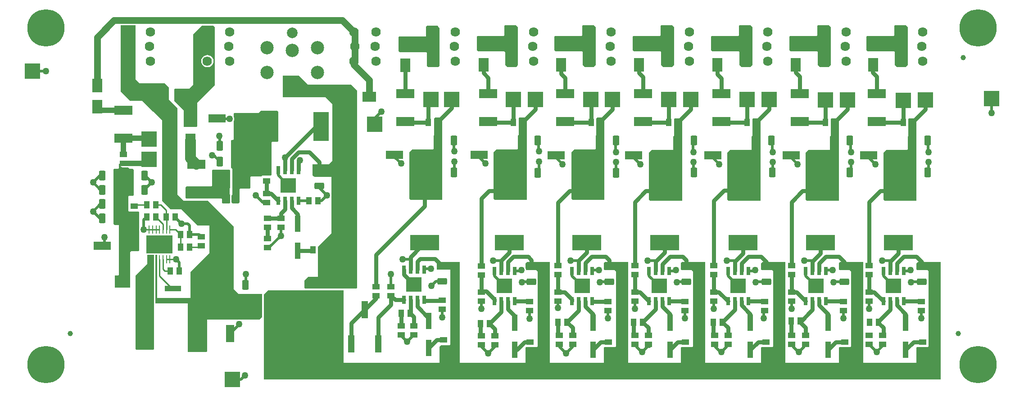
<source format=gtl>
G04 Layer_Physical_Order=1*
G04 Layer_Color=255*
%FSLAX44Y44*%
%MOMM*%
G71*
G01*
G75*
%ADD10R,1.1900X3.3000*%
%ADD11R,1.6000X1.3000*%
%ADD12R,4.3000X4.8000*%
%ADD13R,1.3000X1.6000*%
%ADD14R,4.8000X4.3000*%
%ADD15R,5.0000X3.4000*%
%ADD16O,0.2500X1.5500*%
%ADD17R,0.2500X1.5500*%
G04:AMPARAMS|DCode=18|XSize=1.397mm|YSize=1.0922mm|CornerRadius=0.2021mm|HoleSize=0mm|Usage=FLASHONLY|Rotation=90.000|XOffset=0mm|YOffset=0mm|HoleType=Round|Shape=RoundedRectangle|*
%AMROUNDEDRECTD18*
21,1,1.3970,0.6881,0,0,90.0*
21,1,0.9929,1.0922,0,0,90.0*
1,1,0.4041,0.3440,0.4964*
1,1,0.4041,0.3440,-0.4964*
1,1,0.4041,-0.3440,-0.4964*
1,1,0.4041,-0.3440,0.4964*
%
%ADD18ROUNDEDRECTD18*%
G04:AMPARAMS|DCode=19|XSize=1.397mm|YSize=1.0922mm|CornerRadius=0.2021mm|HoleSize=0mm|Usage=FLASHONLY|Rotation=180.000|XOffset=0mm|YOffset=0mm|HoleType=Round|Shape=RoundedRectangle|*
%AMROUNDEDRECTD19*
21,1,1.3970,0.6881,0,0,180.0*
21,1,0.9929,1.0922,0,0,180.0*
1,1,0.4041,-0.4964,0.3440*
1,1,0.4041,0.4964,0.3440*
1,1,0.4041,0.4964,-0.3440*
1,1,0.4041,-0.4964,-0.3440*
%
%ADD19ROUNDEDRECTD19*%
G04:AMPARAMS|DCode=20|XSize=1.8034mm|YSize=1.1938mm|CornerRadius=0.2029mm|HoleSize=0mm|Usage=FLASHONLY|Rotation=270.000|XOffset=0mm|YOffset=0mm|HoleType=Round|Shape=RoundedRectangle|*
%AMROUNDEDRECTD20*
21,1,1.8034,0.7879,0,0,270.0*
21,1,1.3975,1.1938,0,0,270.0*
1,1,0.4059,-0.3940,-0.6987*
1,1,0.4059,-0.3940,0.6987*
1,1,0.4059,0.3940,0.6987*
1,1,0.4059,0.3940,-0.6987*
%
%ADD20ROUNDEDRECTD20*%
G04:AMPARAMS|DCode=21|XSize=1.8034mm|YSize=1.1938mm|CornerRadius=0.2029mm|HoleSize=0mm|Usage=FLASHONLY|Rotation=0.000|XOffset=0mm|YOffset=0mm|HoleType=Round|Shape=RoundedRectangle|*
%AMROUNDEDRECTD21*
21,1,1.8034,0.7879,0,0,0.0*
21,1,1.3975,1.1938,0,0,0.0*
1,1,0.4059,0.6987,-0.3940*
1,1,0.4059,-0.6987,-0.3940*
1,1,0.4059,-0.6987,0.3940*
1,1,0.4059,0.6987,0.3940*
%
%ADD21ROUNDEDRECTD21*%
%ADD22R,3.5000X1.7800*%
%ADD23R,2.5000X1.9000*%
%ADD24R,1.9000X2.5000*%
%ADD25R,3.1500X1.0000*%
%ADD26R,1.0000X3.1500*%
%ADD27R,3.0000X3.0000*%
%ADD28R,3.0000X3.0000*%
%ADD29R,2.9000X5.4000*%
%ADD30R,5.4000X2.9000*%
%ADD31R,3.2000X1.6000*%
%ADD32R,1.6000X3.2000*%
%ADD33R,3.0000X2.7000*%
%ADD34R,0.7600X1.5000*%
%ADD35C,0.7620*%
%ADD36C,1.2700*%
%ADD37C,0.2540*%
%ADD38C,1.0160*%
%ADD39C,2.0320*%
%ADD40C,0.5080*%
%ADD41C,2.5000*%
%ADD42C,2.0000*%
%ADD43C,1.0000*%
%ADD44C,7.0000*%
%ADD45C,1.7800*%
%ADD46C,1.2700*%
%ADD47C,0.6000*%
G36*
X1750060Y1249680D02*
X1752600Y1247140D01*
Y1202690D01*
Y1176020D01*
X1751330Y1174750D01*
X1748790Y1172210D01*
X1732280D01*
X1728470Y1176020D01*
Y1200150D01*
X1727200Y1201420D01*
X1677670D01*
X1675130Y1203960D01*
Y1229360D01*
X1676400Y1230630D01*
X1725930D01*
X1727200Y1231900D01*
Y1249680D01*
X1728470Y1250950D01*
X1748790D01*
X1750060Y1249680D01*
D02*
G37*
G36*
X1605280D02*
X1607820Y1247140D01*
Y1202690D01*
Y1176020D01*
X1606550Y1174750D01*
X1604010Y1172210D01*
X1587500D01*
X1583690Y1176020D01*
Y1200150D01*
X1582420Y1201420D01*
X1532890D01*
X1530350Y1203960D01*
Y1229360D01*
X1531620Y1230630D01*
X1581150D01*
X1582420Y1231900D01*
Y1249680D01*
X1583690Y1250950D01*
X1604010D01*
X1605280Y1249680D01*
D02*
G37*
G36*
X1457960D02*
X1460500Y1247140D01*
Y1202690D01*
Y1176020D01*
X1459230Y1174750D01*
X1456690Y1172210D01*
X1440180D01*
X1436370Y1176020D01*
Y1200150D01*
X1435100Y1201420D01*
X1385570D01*
X1383030Y1203960D01*
Y1229360D01*
X1384300Y1230630D01*
X1433830D01*
X1435100Y1231900D01*
Y1249680D01*
X1436370Y1250950D01*
X1456690D01*
X1457960Y1249680D01*
D02*
G37*
G36*
X1310640D02*
X1313180Y1247140D01*
Y1202690D01*
Y1176020D01*
X1311910Y1174750D01*
X1309370Y1172210D01*
X1292860D01*
X1289050Y1176020D01*
Y1200150D01*
X1287780Y1201420D01*
X1238250D01*
X1235710Y1203960D01*
Y1229360D01*
X1236980Y1230630D01*
X1286510D01*
X1287780Y1231900D01*
Y1249680D01*
X1289050Y1250950D01*
X1309370D01*
X1310640Y1249680D01*
D02*
G37*
G36*
X1163320D02*
X1165860Y1247140D01*
Y1202690D01*
Y1176020D01*
X1164590Y1174750D01*
X1162050Y1172210D01*
X1145540D01*
X1141730Y1176020D01*
Y1200150D01*
X1140460Y1201420D01*
X1090930D01*
X1088390Y1203960D01*
Y1229360D01*
X1089660Y1230630D01*
X1139190D01*
X1140460Y1231900D01*
Y1249680D01*
X1141730Y1250950D01*
X1162050D01*
X1163320Y1249680D01*
D02*
G37*
G36*
X1017270D02*
X1019810Y1247140D01*
Y1202690D01*
Y1176020D01*
X1018540Y1174750D01*
X1016000Y1172210D01*
X999490D01*
X995680Y1176020D01*
Y1200150D01*
X994410Y1201420D01*
X944880D01*
X942340Y1203960D01*
Y1229360D01*
X943610Y1230630D01*
X993140D01*
X994410Y1231900D01*
Y1249680D01*
X995680Y1250950D01*
X1016000D01*
X1017270Y1249680D01*
D02*
G37*
G36*
X869950Y1248410D02*
X872490Y1245870D01*
Y1201420D01*
Y1174750D01*
X871220Y1173480D01*
X869950Y1172210D01*
X850900D01*
X848360Y1174750D01*
Y1198880D01*
X847090Y1200150D01*
X797560D01*
X795020Y1202690D01*
Y1228090D01*
X796290Y1229360D01*
X845820D01*
X847090Y1230630D01*
Y1248410D01*
X848360Y1249680D01*
X868680D01*
X869950Y1248410D01*
D02*
G37*
G36*
X448310D02*
X449580Y1247140D01*
Y1162050D01*
Y1137920D01*
X433070Y1121410D01*
X416560Y1104900D01*
Y1060450D01*
X415290Y1059180D01*
X392430D01*
X391160Y1060450D01*
Y1090930D01*
X373380Y1108710D01*
Y1130300D01*
X374650Y1131570D01*
X401320D01*
X408940Y1139190D01*
Y1233170D01*
X425450Y1249680D01*
X447040D01*
X448310Y1248410D01*
D02*
G37*
G36*
X1179830Y1076960D02*
X1182370Y1074420D01*
X1182370Y1009650D01*
X1182370Y981710D01*
Y922020D01*
X1122680Y922020D01*
X1120140Y924560D01*
X1120140Y1012190D01*
X1125220Y1017270D01*
X1164590Y1017270D01*
X1165860Y1018540D01*
X1165860Y1043042D01*
X1166758Y1043940D01*
X1167130D01*
X1167130Y1075690D01*
X1168400Y1076960D01*
X1179830Y1076960D01*
D02*
G37*
G36*
X1033780Y1076960D02*
X1036320Y1074420D01*
X1036320Y1009650D01*
X1036320Y981710D01*
Y922020D01*
X976630Y922020D01*
X974090Y924560D01*
X974090Y1012190D01*
X979170Y1017270D01*
X1018540Y1017270D01*
X1019810Y1018540D01*
X1019810Y1043042D01*
X1020708Y1043940D01*
X1021080D01*
X1021080Y1075690D01*
X1022350Y1076960D01*
X1033780Y1076960D01*
D02*
G37*
G36*
X875030D02*
X877570Y1074420D01*
X877570Y1009650D01*
X877570Y981710D01*
Y922020D01*
X817880Y922020D01*
X815340Y924560D01*
X815340Y1012190D01*
X820420Y1017270D01*
X859790Y1017270D01*
X861060Y1018540D01*
X861060Y1043042D01*
X861958Y1043940D01*
X862330D01*
X862330Y1075690D01*
X863600Y1076960D01*
X875030Y1076960D01*
D02*
G37*
G36*
X1766570Y1075690D02*
X1769110Y1073150D01*
X1769110Y1008380D01*
X1769110Y980440D01*
Y920750D01*
X1709420Y920750D01*
X1706880Y923290D01*
X1706880Y1010920D01*
X1711960Y1016000D01*
X1751330Y1016000D01*
X1752600Y1017270D01*
X1752600Y1041772D01*
X1753498Y1042670D01*
X1753870D01*
X1753870Y1074420D01*
X1755140Y1075690D01*
X1766570Y1075690D01*
D02*
G37*
G36*
X1620520D02*
X1623060Y1073150D01*
X1623060Y1008380D01*
X1623060Y980440D01*
Y920750D01*
X1563370Y920750D01*
X1560830Y923290D01*
X1560830Y1010920D01*
X1565910Y1016000D01*
X1605280Y1016000D01*
X1606550Y1017270D01*
X1606550Y1041772D01*
X1607448Y1042670D01*
X1607820D01*
X1607820Y1074420D01*
X1609090Y1075690D01*
X1620520Y1075690D01*
D02*
G37*
G36*
X1473200D02*
X1475740Y1073150D01*
X1475740Y1008380D01*
X1475740Y980440D01*
Y920750D01*
X1416050Y920750D01*
X1413510Y923290D01*
X1413510Y1010920D01*
X1418590Y1016000D01*
X1457960Y1016000D01*
X1459230Y1017270D01*
X1459230Y1041772D01*
X1460128Y1042670D01*
X1460500D01*
X1460500Y1074420D01*
X1461770Y1075690D01*
X1473200Y1075690D01*
D02*
G37*
G36*
X1325880D02*
X1328420Y1073150D01*
X1328420Y1008380D01*
X1328420Y980440D01*
Y920750D01*
X1268730Y920750D01*
X1266190Y923290D01*
X1266190Y1010920D01*
X1271270Y1016000D01*
X1310640Y1016000D01*
X1311910Y1017270D01*
X1311910Y1041772D01*
X1312808Y1042670D01*
X1313180D01*
X1313180Y1074420D01*
X1314450Y1075690D01*
X1325880Y1075690D01*
D02*
G37*
G36*
X568960Y1088390D02*
Y1032510D01*
X567690Y1031240D01*
X557530D01*
X556260Y1029970D01*
Y969010D01*
X554990Y967740D01*
X538480D01*
X537210Y966470D01*
X518160D01*
X516890Y965200D01*
Y944880D01*
X515620Y943610D01*
X497840D01*
X496570Y942340D01*
Y918210D01*
X494030Y915670D01*
X483870D01*
X481330Y918210D01*
Y930910D01*
X482600Y932180D01*
Y933450D01*
Y980440D01*
X480060Y982980D01*
Y1033780D01*
X481330Y1035050D01*
X483870D01*
X485140Y1036320D01*
Y1069747D01*
X485285Y1069937D01*
X486181Y1072099D01*
X486487Y1074420D01*
X486181Y1076741D01*
X485285Y1078903D01*
X485140Y1079093D01*
Y1084580D01*
X486410Y1085850D01*
X532130D01*
X534670Y1088390D01*
X535940Y1089660D01*
X567690D01*
X568960Y1088390D01*
D02*
G37*
G36*
X478790Y977900D02*
Y944880D01*
X477520Y943610D01*
Y933450D01*
X478790Y932180D01*
Y931160D01*
X478740Y930910D01*
Y918210D01*
X478790Y917960D01*
Y916940D01*
X477520Y915670D01*
X464820D01*
X463550Y916940D01*
Y923290D01*
X462280Y924560D01*
X396240D01*
X394970Y925830D01*
Y946150D01*
X396240Y947420D01*
X443230D01*
X444500Y948690D01*
Y977900D01*
X445770Y979170D01*
X477520D01*
X478790Y977900D01*
D02*
G37*
G36*
X624840Y1139190D02*
X706120D01*
X717550Y1127760D01*
Y756920D01*
X716280Y755650D01*
X619760D01*
X618490Y756920D01*
Y770890D01*
X624840Y777240D01*
X643890Y777240D01*
X643890Y834390D01*
X669290Y859790D01*
X669290Y965200D01*
X637540D01*
X636270Y966470D01*
X633730Y969010D01*
Y989330D01*
X664210D01*
X670560Y995680D01*
Y996950D01*
X670560Y1102360D01*
X657860Y1115060D01*
X577850Y1115060D01*
Y1155700D01*
X608330D01*
X624840Y1139190D01*
D02*
G37*
G36*
X270706Y988992D02*
X271474Y987138D01*
X272695Y985546D01*
X274287Y984325D01*
X276141Y983557D01*
X278130Y983295D01*
X287020D01*
Y982980D01*
X289560Y980440D01*
X295910D01*
X297180Y979170D01*
Y977900D01*
Y930910D01*
X295910Y929640D01*
X288290D01*
X287020Y928370D01*
Y901700D01*
X288290Y900430D01*
X306070D01*
X307340Y899160D01*
Y826770D01*
X306070Y825500D01*
X292100D01*
X290830Y824230D01*
Y758190D01*
X289560Y756920D01*
X261620D01*
Y779780D01*
X267970D01*
X269240Y781050D01*
Y875030D01*
X261620D01*
X259080Y877570D01*
Y979170D01*
X260350Y980440D01*
X267970D01*
X269240Y981710D01*
Y990398D01*
X270510Y990481D01*
X270706Y988992D01*
D02*
G37*
G36*
X300990Y1149350D02*
X308610Y1141730D01*
X355600D01*
X363220Y1134110D01*
Y1111250D01*
X364490Y1109980D01*
X379730Y1094740D01*
Y932180D01*
X391160Y920750D01*
X436880D01*
X441960Y915670D01*
X485140Y872490D01*
Y754380D01*
X494030Y745490D01*
X538480D01*
Y702310D01*
X533400Y697230D01*
X495883D01*
X495300Y697307D01*
X494717Y697230D01*
X435610D01*
Y637540D01*
X434340Y636270D01*
X398780D01*
Y698500D01*
Y727710D01*
X337820D01*
Y737870D01*
Y818720D01*
X341630D01*
Y737870D01*
X403860D01*
Y786130D01*
X410210Y792480D01*
X439420Y821690D01*
X439420Y873760D01*
X417830Y873760D01*
X387350Y904240D01*
X367030D01*
X365760Y905510D01*
X350520Y920750D01*
Y985520D01*
Y1071880D01*
X334010Y1088390D01*
X313690Y1108710D01*
X290830D01*
X273050Y1126490D01*
Y1250873D01*
X300990D01*
Y1149350D01*
D02*
G37*
G36*
X335230Y737870D02*
Y727710D01*
X335280Y727460D01*
Y641350D01*
X334010Y640080D01*
X302260D01*
X300990Y641350D01*
Y779780D01*
X322580Y801370D01*
Y818720D01*
X335230D01*
Y737870D01*
D02*
G37*
G36*
X1079500Y615950D02*
X1033780D01*
Y642620D01*
Y643890D01*
X1035050Y645160D01*
X1055370D01*
X1056640Y646430D01*
Y762814D01*
X1056857Y763903D01*
Y771781D01*
X1056640Y772870D01*
Y787400D01*
X1055370Y788670D01*
X1054100Y789940D01*
X1035127D01*
X1034821Y792261D01*
X1033925Y794423D01*
X1033780Y794613D01*
Y801370D01*
Y802640D01*
X1035050Y803910D01*
X1036320Y805180D01*
X1079500D01*
Y615950D01*
D02*
G37*
G36*
X1814830Y615950D02*
X1814830D01*
X1814830Y584200D01*
X711200Y584200D01*
X542290D01*
Y701040D01*
Y744220D01*
X544830Y746760D01*
X549910Y751840D01*
X692150D01*
Y615950D01*
X872490D01*
X872490Y646430D01*
X875030Y648970D01*
X891540Y648970D01*
X892810Y650240D01*
X892810Y760730D01*
X892810Y791210D01*
X867410Y791210D01*
Y805180D01*
X910590Y805180D01*
X910590Y615950D01*
X1181100D01*
X1181100Y642848D01*
Y644118D01*
X1182370Y645388D01*
X1202690D01*
X1203960Y646658D01*
Y787628D01*
X1202690Y788898D01*
X1201420Y790168D01*
X1182370D01*
X1181100Y791438D01*
Y801598D01*
Y802868D01*
X1182370Y804138D01*
X1183640Y805408D01*
X1226820D01*
X1226820Y615950D01*
X1325880D01*
X1325880Y642848D01*
Y644118D01*
X1327150Y645388D01*
X1347470D01*
X1348740Y646658D01*
Y787628D01*
X1347470Y788898D01*
X1346200Y790168D01*
X1327150D01*
X1325880Y791438D01*
Y801598D01*
Y802868D01*
X1327150Y804138D01*
X1328420Y805408D01*
X1371600D01*
X1371600Y615950D01*
X1477010D01*
X1477010Y642848D01*
Y644118D01*
X1478280Y645388D01*
X1498600D01*
X1499870Y646658D01*
Y787628D01*
X1498600Y788898D01*
X1497330Y790168D01*
X1478280D01*
X1477010Y791438D01*
Y801598D01*
Y802868D01*
X1478280Y804138D01*
X1479550Y805408D01*
X1522730D01*
X1522730Y615950D01*
X1623060D01*
X1623060Y642848D01*
Y644118D01*
X1624330Y645388D01*
X1644650D01*
X1645920Y646658D01*
Y787628D01*
X1644650Y788898D01*
X1643380Y790168D01*
X1624330D01*
X1623060Y791438D01*
Y801598D01*
Y802868D01*
X1624330Y804138D01*
X1625600Y805408D01*
X1668780D01*
X1668780Y615950D01*
X1769110D01*
X1769110Y642848D01*
Y644118D01*
X1770380Y645388D01*
X1790700D01*
X1791970Y646658D01*
Y787628D01*
X1790700Y788898D01*
X1789430Y790168D01*
X1770380D01*
X1769110Y791438D01*
Y801598D01*
Y802868D01*
X1770380Y804138D01*
X1771650Y805408D01*
X1814830D01*
X1814830Y615950D01*
D02*
G37*
%LPC*%
G36*
X435610Y1194789D02*
X432624Y1194396D01*
X429841Y1193243D01*
X427451Y1191409D01*
X425617Y1189019D01*
X424464Y1186236D01*
X424071Y1183250D01*
X424464Y1180264D01*
X425617Y1177481D01*
X427451Y1175091D01*
X429841Y1173257D01*
X432624Y1172104D01*
X435610Y1171711D01*
X438596Y1172104D01*
X441379Y1173257D01*
X443769Y1175091D01*
X445603Y1177481D01*
X446755Y1180264D01*
X447149Y1183250D01*
X446755Y1186236D01*
X445603Y1189019D01*
X443769Y1191409D01*
X441379Y1193243D01*
X438596Y1194396D01*
X435610Y1194789D01*
D02*
G37*
%LPD*%
D10*
X731520Y715260D02*
D03*
X756920Y651260D02*
D03*
X706120D02*
D03*
D11*
X648810Y763940D02*
D03*
X628810D02*
D03*
D12*
X638810Y726440D02*
D03*
D13*
X531460Y732630D02*
D03*
Y712630D02*
D03*
D14*
X568960Y722630D02*
D03*
D15*
X345890Y838260D02*
D03*
D16*
X365390Y866260D02*
D03*
X358890D02*
D03*
X352390D02*
D03*
X345890D02*
D03*
X339390D02*
D03*
X332890D02*
D03*
X326390D02*
D03*
X365390Y810260D02*
D03*
X358890D02*
D03*
X352390D02*
D03*
X345890D02*
D03*
X339390D02*
D03*
X332890D02*
D03*
D17*
X326390D02*
D03*
D18*
X383159Y788670D02*
D03*
X366141D02*
D03*
X402209Y857250D02*
D03*
X385191D02*
D03*
X1237361Y692150D02*
D03*
X1254379D02*
D03*
X1387221D02*
D03*
X1404239D02*
D03*
X1533271Y694690D02*
D03*
X1550289D02*
D03*
X1680591Y692150D02*
D03*
X1697609D02*
D03*
X949071Y689610D02*
D03*
X966089D02*
D03*
X1095121Y692150D02*
D03*
X1112139D02*
D03*
X643509Y920750D02*
D03*
X626491D02*
D03*
X800481Y708660D02*
D03*
X817499D02*
D03*
X321691Y913130D02*
D03*
X338709D02*
D03*
X358521Y890270D02*
D03*
X375539D02*
D03*
X385191Y833120D02*
D03*
X402209D02*
D03*
X338709Y890270D02*
D03*
X321691D02*
D03*
X1320419Y1068070D02*
D03*
X1303401D02*
D03*
X1467739D02*
D03*
X1450721D02*
D03*
X1615059D02*
D03*
X1598041D02*
D03*
X1761109D02*
D03*
X1744091D02*
D03*
X1028319D02*
D03*
X1011301D02*
D03*
X1174369D02*
D03*
X1157351D02*
D03*
X634111Y828040D02*
D03*
X651129D02*
D03*
X488569Y924560D02*
D03*
X471551D02*
D03*
X868299Y1068070D02*
D03*
X851281D02*
D03*
D19*
X424180Y853059D02*
D03*
Y836041D02*
D03*
X1333500Y714121D02*
D03*
Y731139D02*
D03*
X1264920Y650621D02*
D03*
Y667639D02*
D03*
X1483360Y714121D02*
D03*
Y731139D02*
D03*
X1414780Y650621D02*
D03*
Y667639D02*
D03*
X1631950Y714121D02*
D03*
Y731139D02*
D03*
X1560830Y650621D02*
D03*
Y667639D02*
D03*
X1778000Y714121D02*
D03*
Y731139D02*
D03*
X1705610Y650621D02*
D03*
Y667639D02*
D03*
X1041400Y714121D02*
D03*
Y731139D02*
D03*
X976630Y649351D02*
D03*
Y666369D02*
D03*
X1188720Y714121D02*
D03*
Y731139D02*
D03*
X1122680Y650621D02*
D03*
Y667639D02*
D03*
X548640Y870331D02*
D03*
Y887349D02*
D03*
X574040Y870331D02*
D03*
Y887349D02*
D03*
X877570Y716661D02*
D03*
Y733679D02*
D03*
X824230Y668401D02*
D03*
Y685419D02*
D03*
X278130Y990981D02*
D03*
Y1007999D02*
D03*
X298450Y893191D02*
D03*
Y910209D02*
D03*
X1334770Y637921D02*
D03*
Y654939D02*
D03*
X1239520Y798449D02*
D03*
Y781431D02*
D03*
Y667639D02*
D03*
Y650621D02*
D03*
Y748919D02*
D03*
Y731901D02*
D03*
X1485900Y637921D02*
D03*
Y654939D02*
D03*
X1388110Y798449D02*
D03*
Y781431D02*
D03*
X1389380Y667639D02*
D03*
Y650621D02*
D03*
X1388110Y748919D02*
D03*
Y731901D02*
D03*
X1634490Y637921D02*
D03*
Y654939D02*
D03*
X1534160Y798449D02*
D03*
Y781431D02*
D03*
Y667639D02*
D03*
Y650621D02*
D03*
Y748919D02*
D03*
Y731901D02*
D03*
X1780540Y637921D02*
D03*
Y654939D02*
D03*
X1680210Y798449D02*
D03*
Y781431D02*
D03*
Y667639D02*
D03*
Y650621D02*
D03*
Y748919D02*
D03*
Y731901D02*
D03*
X1042670Y654939D02*
D03*
Y637921D02*
D03*
X951230Y798068D02*
D03*
Y781050D02*
D03*
Y666369D02*
D03*
Y649351D02*
D03*
Y748919D02*
D03*
Y731901D02*
D03*
X1189990Y654939D02*
D03*
Y637921D02*
D03*
X1094740Y798449D02*
D03*
Y781431D02*
D03*
X1097280Y667639D02*
D03*
Y650621D02*
D03*
X1094740Y748919D02*
D03*
Y731901D02*
D03*
X547370Y974979D02*
D03*
Y957961D02*
D03*
X548640Y849249D02*
D03*
Y832231D02*
D03*
X547370Y934339D02*
D03*
Y917321D02*
D03*
X880110Y641731D02*
D03*
Y658749D02*
D03*
X753110Y759079D02*
D03*
Y742061D02*
D03*
X781050D02*
D03*
Y759079D02*
D03*
X800100Y668401D02*
D03*
Y685419D02*
D03*
D20*
X267208Y887730D02*
D03*
X238252D02*
D03*
X267208Y914400D02*
D03*
X238252D02*
D03*
X267208Y941070D02*
D03*
X238252D02*
D03*
X267208Y967740D02*
D03*
X238252D02*
D03*
X289052Y941070D02*
D03*
X318008D02*
D03*
X289052Y967740D02*
D03*
X318008D02*
D03*
X478282Y762000D02*
D03*
X507238D02*
D03*
X1321562Y1033780D02*
D03*
X1350518D02*
D03*
X1321562Y974090D02*
D03*
X1350518D02*
D03*
X1468882D02*
D03*
X1497838D02*
D03*
X1467612Y1033780D02*
D03*
X1496568D02*
D03*
X1614932D02*
D03*
X1643888D02*
D03*
X1614932Y974090D02*
D03*
X1643888D02*
D03*
X1760982D02*
D03*
X1789938D02*
D03*
X1760982Y1033780D02*
D03*
X1789938D02*
D03*
X1028192D02*
D03*
X1057148D02*
D03*
X1028192Y972820D02*
D03*
X1057148D02*
D03*
X1175512D02*
D03*
X1204468D02*
D03*
X1175512Y1033780D02*
D03*
X1204468D02*
D03*
X488188Y1023620D02*
D03*
X459232D02*
D03*
X488188Y994410D02*
D03*
X459232D02*
D03*
X870712Y1033780D02*
D03*
X899668D02*
D03*
X870712Y974090D02*
D03*
X899668D02*
D03*
D21*
X1336040Y796798D02*
D03*
Y767842D02*
D03*
X1487170Y796798D02*
D03*
Y767842D02*
D03*
X1633220Y796798D02*
D03*
Y767842D02*
D03*
X1779270Y796798D02*
D03*
Y767842D02*
D03*
X1045210Y796798D02*
D03*
Y767842D02*
D03*
X1191260Y796798D02*
D03*
Y767842D02*
D03*
X646430Y977138D02*
D03*
Y948182D02*
D03*
X877570Y798068D02*
D03*
Y769112D02*
D03*
D22*
X278130Y1090410D02*
D03*
Y1038110D02*
D03*
X1254760Y1122160D02*
D03*
Y1069860D02*
D03*
X1402080Y1122160D02*
D03*
Y1069860D02*
D03*
X1549400Y1122160D02*
D03*
Y1069860D02*
D03*
X1694180Y1122160D02*
D03*
Y1069860D02*
D03*
X963930Y1122160D02*
D03*
Y1069860D02*
D03*
X1108710Y1122160D02*
D03*
Y1069860D02*
D03*
X415290Y988810D02*
D03*
Y936510D02*
D03*
X807720Y1122160D02*
D03*
Y1069860D02*
D03*
D23*
X275910Y768350D02*
D03*
X315910D02*
D03*
X388300Y1120140D02*
D03*
X348300D02*
D03*
X740090Y1116330D02*
D03*
X700090D02*
D03*
D24*
X228600Y1137600D02*
D03*
Y1097600D02*
D03*
X1247140Y1216340D02*
D03*
Y1176340D02*
D03*
X1394460Y1216340D02*
D03*
Y1176340D02*
D03*
X1541780Y1216340D02*
D03*
Y1176340D02*
D03*
X1687830Y1216340D02*
D03*
Y1176340D02*
D03*
X955040Y1216340D02*
D03*
Y1176340D02*
D03*
X1101090Y1216340D02*
D03*
Y1176340D02*
D03*
X403860Y1074100D02*
D03*
Y1034100D02*
D03*
X807720Y1215070D02*
D03*
Y1175070D02*
D03*
D25*
X370990Y755650D02*
D03*
X421490D02*
D03*
D26*
X1305560Y690730D02*
D03*
Y640230D02*
D03*
X1456690Y690730D02*
D03*
Y640230D02*
D03*
X1602740Y690730D02*
D03*
Y640230D02*
D03*
X1748790Y690730D02*
D03*
Y640230D02*
D03*
X1013460Y690730D02*
D03*
Y640230D02*
D03*
X1160780Y690730D02*
D03*
Y640230D02*
D03*
X605790Y877420D02*
D03*
Y826920D02*
D03*
X852170Y694540D02*
D03*
Y644040D02*
D03*
D27*
X1910080Y1112520D02*
D03*
X326390Y998220D02*
D03*
Y1036320D02*
D03*
X482600Y584200D02*
D03*
X1344930Y1111250D02*
D03*
X1303020D02*
D03*
X1492250D02*
D03*
X1450340D02*
D03*
X1639570Y1109980D02*
D03*
X1785620D02*
D03*
X895350Y1111250D02*
D03*
D28*
X1597660Y1109980D02*
D03*
X1744091Y1109599D02*
D03*
X106680Y1164590D02*
D03*
X1052830Y1111250D02*
D03*
X1010920D02*
D03*
X1197610D02*
D03*
X1156970D02*
D03*
X750570Y1064260D02*
D03*
X499110Y961390D02*
D03*
X462280D02*
D03*
X855980Y1111250D02*
D03*
D29*
X415530Y669290D02*
D03*
X318530D02*
D03*
X649210Y1060450D02*
D03*
X552210D02*
D03*
D30*
X1295400Y841770D02*
D03*
Y938770D02*
D03*
X1442720Y841770D02*
D03*
Y938770D02*
D03*
X1588770Y841770D02*
D03*
Y938770D02*
D03*
X1734820Y841770D02*
D03*
Y938770D02*
D03*
X1003300Y841770D02*
D03*
Y938770D02*
D03*
X1149350Y841770D02*
D03*
Y938770D02*
D03*
X844550Y841770D02*
D03*
Y938770D02*
D03*
D31*
X287890Y835660D02*
D03*
X237890D02*
D03*
X1287380Y1005840D02*
D03*
X1237380D02*
D03*
X1435970D02*
D03*
X1385970D02*
D03*
X1583290D02*
D03*
X1533290D02*
D03*
X1729340D02*
D03*
X1679340D02*
D03*
X996550Y1007110D02*
D03*
X946550D02*
D03*
X1141330Y1005840D02*
D03*
X1091330D02*
D03*
X503790Y1075690D02*
D03*
X453790D02*
D03*
X837800Y1007110D02*
D03*
X787800D02*
D03*
D32*
X478790Y720960D02*
D03*
Y670960D02*
D03*
D33*
X1285240Y760170D02*
D03*
X1433830D02*
D03*
X1579880D02*
D03*
X1725930D02*
D03*
X994410D02*
D03*
X1140460D02*
D03*
X588010Y949400D02*
D03*
X824230Y762710D02*
D03*
D34*
X1266190Y731670D02*
D03*
X1278890D02*
D03*
X1291590D02*
D03*
X1304290D02*
D03*
X1266190Y788670D02*
D03*
X1278890D02*
D03*
X1291590D02*
D03*
X1304290D02*
D03*
X1452880D02*
D03*
X1440180D02*
D03*
X1427480D02*
D03*
X1414780D02*
D03*
X1452880Y731670D02*
D03*
X1440180D02*
D03*
X1427480D02*
D03*
X1414780D02*
D03*
X1560830D02*
D03*
X1573530D02*
D03*
X1586230D02*
D03*
X1598930D02*
D03*
X1560830Y788670D02*
D03*
X1573530D02*
D03*
X1586230D02*
D03*
X1598930D02*
D03*
X1744980D02*
D03*
X1732280D02*
D03*
X1719580D02*
D03*
X1706880D02*
D03*
X1744980Y731670D02*
D03*
X1732280D02*
D03*
X1719580D02*
D03*
X1706880D02*
D03*
X975360D02*
D03*
X988060D02*
D03*
X1000760D02*
D03*
X1013460D02*
D03*
X975360Y788670D02*
D03*
X988060D02*
D03*
X1000760D02*
D03*
X1013460D02*
D03*
X1159510D02*
D03*
X1146810D02*
D03*
X1134110D02*
D03*
X1121410D02*
D03*
X1159510Y731670D02*
D03*
X1146810D02*
D03*
X1134110D02*
D03*
X1121410D02*
D03*
X568960Y920900D02*
D03*
X581660D02*
D03*
X594360D02*
D03*
X607060D02*
D03*
X568960Y977900D02*
D03*
X581660D02*
D03*
X594360D02*
D03*
X607060D02*
D03*
X843280Y791210D02*
D03*
X830580D02*
D03*
X817880D02*
D03*
X805180D02*
D03*
X843280Y734210D02*
D03*
X830580D02*
D03*
X817880D02*
D03*
X805180D02*
D03*
D35*
X1586230Y726440D02*
Y734210D01*
X1336040Y796798D02*
Y808990D01*
X1329690Y815340D02*
X1336040Y808990D01*
X1305560Y815340D02*
X1329690D01*
X1291590Y801370D02*
X1305560Y815340D01*
X1291590Y788670D02*
Y801370D01*
X1305560Y640230D02*
X1320269Y654939D01*
X1334770D01*
X1305560Y690730D02*
Y707390D01*
X1291590Y721360D02*
X1305560Y707390D01*
X1291590Y721360D02*
Y731670D01*
X1237361Y669798D02*
X1239520Y667639D01*
X1237361Y669798D02*
Y692150D01*
X1264920Y667639D02*
Y681609D01*
X1254379Y692150D02*
X1264920Y681609D01*
X1248941Y748919D02*
X1266190Y731670D01*
X1239520Y748919D02*
X1248941D01*
X1239520D02*
Y781431D01*
X1254379Y692150D02*
X1278890Y716661D01*
Y731670D01*
X1304290D02*
X1332969D01*
X1260080Y938770D02*
X1295400D01*
X1239520Y918210D02*
X1260080Y938770D01*
X1239520Y798449D02*
Y918210D01*
X1247140Y1160780D02*
Y1176340D01*
Y1160780D02*
X1254760Y1153160D01*
Y1122160D02*
Y1153160D01*
X1303401Y1068070D02*
Y1110869D01*
X1256550Y1068070D02*
X1303401D01*
X1254760Y1069860D02*
X1256550Y1068070D01*
X1344930Y1092581D02*
Y1111250D01*
X1320419Y1068070D02*
X1344930Y1092581D01*
X1156970Y1111250D02*
X1157351Y1110869D01*
Y1068070D02*
Y1110869D01*
X1110500Y1068070D02*
X1156081D01*
X1121410Y731670D02*
Y735330D01*
X1107821Y748919D02*
X1121410Y735330D01*
X1094740Y748919D02*
X1107821D01*
X1149350Y822960D02*
Y841770D01*
X1134110Y807720D02*
X1149350Y822960D01*
X1134110Y788670D02*
Y807720D01*
X1191260Y796798D02*
Y808990D01*
X1184910Y815340D02*
X1191260Y808990D01*
X1158240Y815340D02*
X1184910D01*
X1146810Y803910D02*
X1158240Y815340D01*
X1146810Y788670D02*
Y803910D01*
X1175489Y654939D02*
X1189990D01*
X1160780Y640230D02*
X1175489Y654939D01*
X1095121Y669798D02*
Y692150D01*
X1122680Y667639D02*
Y681609D01*
X1112139Y692150D02*
X1122680Y681609D01*
X1112139Y692150D02*
X1134110Y714121D01*
Y731670D01*
X1160780Y690730D02*
Y707390D01*
X1146810Y721360D02*
X1160780Y707390D01*
X1146810Y721360D02*
Y731670D01*
X1160041Y731139D02*
X1188720D01*
X864108Y811530D02*
X877570Y798068D01*
X835660Y811530D02*
X864108D01*
X830580Y806450D02*
X835660Y811530D01*
X830580Y791210D02*
Y806450D01*
X1094740Y748919D02*
Y781431D01*
X1116570Y938770D02*
X1149350D01*
X1094740Y916940D02*
X1116570Y938770D01*
X1094740Y798449D02*
Y916940D01*
X949071Y668528D02*
Y689610D01*
X976630Y666369D02*
Y679069D01*
X966089Y689610D02*
X976630Y679069D01*
X966089Y689610D02*
X988060Y711581D01*
Y731670D01*
X965440Y938770D02*
X1003300D01*
X951230Y924560D02*
X965440Y938770D01*
X951230Y798068D02*
Y924560D01*
Y750189D02*
X960501D01*
X951230D02*
Y781050D01*
Y748919D02*
Y750189D01*
X1101090Y1159510D02*
Y1176340D01*
Y1159510D02*
X1108710Y1151890D01*
Y1122160D02*
Y1151890D01*
X1197610Y1092581D02*
Y1111250D01*
X1173099Y1068070D02*
X1197610Y1092581D01*
X1038860Y815340D02*
X1045210Y808990D01*
X1010920Y815340D02*
X1038860D01*
X1000760Y805180D02*
X1010920Y815340D01*
X1045210Y796798D02*
Y808990D01*
X1000760Y788670D02*
Y805180D01*
X1003300Y822960D02*
Y841770D01*
X988060Y807720D02*
X1003300Y822960D01*
X988060Y788670D02*
Y807720D01*
X807720Y1069860D02*
X809510Y1068070D01*
X851281D01*
Y1105281D02*
X855980Y1109980D01*
X851281Y1068070D02*
Y1105281D01*
X895350Y1095121D02*
Y1111250D01*
X868299Y1068070D02*
X895350Y1095121D01*
X963930Y1069860D02*
X965720Y1068070D01*
X1011301D01*
X1010920Y1111250D02*
X1011301Y1110869D01*
Y1068070D02*
Y1110869D01*
X1052830Y1092581D02*
Y1111250D01*
X1028319Y1068070D02*
X1052830Y1092581D01*
X788901Y734210D02*
X805180D01*
X781050Y742061D02*
X788901Y734210D01*
X781050Y725170D02*
Y742061D01*
X756920Y701040D02*
X781050Y725170D01*
X756920Y651260D02*
Y701040D01*
X706120Y689860D02*
X731520Y715260D01*
X706120Y651260D02*
Y689860D01*
X731520Y715260D02*
X753110Y736850D01*
Y742061D01*
X850251Y945769D02*
X857250Y938770D01*
X844550Y910590D02*
Y938770D01*
X753110Y819150D02*
X844550Y910590D01*
X753110Y759079D02*
Y819150D01*
X817880Y815100D02*
X844550Y841770D01*
X805180Y781760D02*
X824230Y762710D01*
X805180Y781760D02*
Y791210D01*
X807720Y1128510D02*
Y1175070D01*
X800100Y708279D02*
X800481Y708660D01*
X800100Y685419D02*
Y708279D01*
X817499Y708660D02*
X817880Y709041D01*
Y734210D01*
X817499Y708660D02*
X824230Y701929D01*
Y685419D02*
Y701929D01*
X866879Y658749D02*
X880110D01*
X852170Y644040D02*
X866879Y658749D01*
X852170Y694540D02*
Y699770D01*
X830580Y721360D02*
X852170Y699770D01*
X830580Y721360D02*
Y734210D01*
X844700Y732790D02*
X874141D01*
X853440Y837960D02*
X857250Y841770D01*
X581660Y977900D02*
Y1002030D01*
X640080Y1060450D01*
X649210D01*
X607060Y994410D02*
X609600Y996950D01*
X607060Y977900D02*
Y994410D01*
X594360Y977900D02*
Y999670D01*
X606880Y1012190D01*
X627380D01*
X646430Y993140D01*
Y979170D02*
Y993140D01*
X594360Y906780D02*
Y920900D01*
Y906780D02*
X605790Y895350D01*
Y877420D02*
Y895350D01*
X581660Y904240D02*
Y920900D01*
X574040Y896620D02*
X581660Y904240D01*
X574040Y887349D02*
Y896620D01*
X548640Y887349D02*
X574040D01*
X548640Y849249D02*
Y870331D01*
X547370Y934339D02*
X555521D01*
X568960Y920900D01*
X547370Y934339D02*
Y957961D01*
X605790Y826920D02*
X632991D01*
X634111Y828040D01*
X963930Y1122160D02*
Y1151890D01*
X955040Y1160780D02*
X963930Y1151890D01*
X955040Y1160780D02*
Y1176340D01*
X1017270Y835420D02*
X1022350Y840500D01*
X975360Y731670D02*
Y735330D01*
X960501Y750189D02*
X975360Y735330D01*
X1013460Y690730D02*
Y703580D01*
X1000760Y716280D02*
X1013460Y703580D01*
X1000760Y716280D02*
Y731670D01*
X1032129Y654939D02*
X1042670D01*
X1017420Y640230D02*
X1032129Y654939D01*
X1013460Y640230D02*
X1017420D01*
X1013460Y731670D02*
X1040869D01*
X1041400Y731139D01*
X1402080Y1122160D02*
Y1150620D01*
X1394460Y1158240D02*
X1402080Y1150620D01*
X1394460Y1158240D02*
Y1176340D01*
X1403870Y1068070D02*
X1450721D01*
Y1110869D01*
X1467739Y1068070D02*
X1492250Y1092581D01*
Y1111250D01*
X1388110Y748919D02*
Y781431D01*
Y748919D02*
X1397531D01*
X1414780Y731670D01*
X1388110Y798449D02*
Y920750D01*
X1407160Y939800D01*
X1441690D01*
X1442720Y938770D01*
X1452880Y815340D02*
X1477010D01*
X1440180Y723900D02*
Y731670D01*
Y723900D02*
X1456690Y707390D01*
Y690730D02*
Y707390D01*
X1427480Y715391D02*
Y731670D01*
X1404239Y692150D02*
X1427480Y715391D01*
X1404239Y692150D02*
X1414780Y681609D01*
Y667639D02*
Y681609D01*
X1387221Y669798D02*
Y692150D01*
X1471399Y654939D02*
X1485900D01*
X1456690Y640230D02*
X1471399Y654939D01*
X1484630Y795528D02*
X1487170Y798068D01*
Y805180D01*
X1477010Y815340D02*
X1487170Y805180D01*
X1598041Y1068070D02*
Y1109599D01*
X1551190Y1068070D02*
X1598041D01*
X1549400Y1122160D02*
Y1154430D01*
X1541780Y1162050D02*
X1549400Y1154430D01*
X1541780Y1162050D02*
Y1176340D01*
X1615059Y1068070D02*
X1639570Y1092581D01*
Y1109980D01*
X1534160Y798449D02*
Y918210D01*
X1554720Y938770D01*
X1588770D01*
X1452880Y731670D02*
X1482829D01*
X1483360Y731139D01*
X1628879Y731670D02*
X1629410Y731139D01*
X1598930Y731670D02*
X1628879D01*
X1623060Y815340D02*
X1633220Y805180D01*
Y798068D02*
Y805180D01*
X1630680Y795528D02*
X1633220Y798068D01*
X1602740Y640230D02*
X1617449Y654939D01*
X1631950D01*
X1533271Y669798D02*
Y692150D01*
X1560830Y667639D02*
Y681609D01*
X1550289Y692150D02*
X1560830Y681609D01*
X1550289Y692150D02*
X1573530Y715391D01*
Y731670D01*
X1602740Y690730D02*
Y707390D01*
X1586230Y723900D02*
X1602740Y707390D01*
X1586230Y723900D02*
Y731670D01*
X1598930Y815340D02*
X1623060D01*
X1543581Y748919D02*
X1560830Y731670D01*
X1534160Y748919D02*
X1543581D01*
X1534160D02*
Y781431D01*
X1686560Y1162050D02*
Y1176340D01*
Y1162050D02*
X1694180Y1154430D01*
Y1122160D02*
Y1154430D01*
Y1068070D02*
X1741031D01*
X1785620Y1092581D02*
Y1109980D01*
X1761109Y1068070D02*
X1785620Y1092581D01*
X1744091Y1068070D02*
Y1109599D01*
X1700770Y938770D02*
X1734820D01*
X1680210Y918210D02*
X1700770Y938770D01*
X1680210Y798449D02*
Y918210D01*
X1732280Y788670D02*
Y802640D01*
X1744980Y815340D01*
X1769110D01*
X1776730Y795528D02*
X1779270Y798068D01*
Y805180D01*
X1769110Y815340D02*
X1779270Y805180D01*
X1744980Y731670D02*
X1774929D01*
X1732280Y723900D02*
Y731670D01*
Y723900D02*
X1748790Y707390D01*
Y690730D02*
Y707390D01*
X1732280Y726440D02*
Y734210D01*
X1719580Y715391D02*
Y731670D01*
X1696339Y692150D02*
X1719580Y715391D01*
X1696339Y692150D02*
X1706880Y681609D01*
Y667639D02*
Y681609D01*
X1680210Y748919D02*
Y781431D01*
Y748919D02*
X1689631D01*
X1706880Y731670D01*
X1763499Y654939D02*
X1778000D01*
X1748790Y640230D02*
X1763499Y654939D01*
X817880Y791210D02*
Y808990D01*
Y815100D01*
X1278890Y788670D02*
Y806450D01*
X1295400Y822960D01*
Y841770D01*
X1440180Y788670D02*
Y802640D01*
X1452880Y815340D01*
X1427480Y788670D02*
Y806450D01*
X1442720Y821690D01*
Y841770D01*
X1573530Y788670D02*
Y805180D01*
X1586230Y802640D02*
X1598930Y815340D01*
X1586230Y788670D02*
Y802640D01*
X1588770Y821690D02*
Y841770D01*
X1573530Y806450D02*
X1588770Y821690D01*
X1734820D02*
Y841770D01*
X1719580Y806450D02*
X1734820Y821690D01*
X1719580Y788670D02*
Y806450D01*
D36*
X228600Y1137600D02*
Y1228090D01*
X260350Y1259840D01*
X689610D01*
X711200Y1183250D02*
X713150Y1185200D01*
X689610Y1259840D02*
X711200Y1238250D01*
X713150Y1236300D01*
Y1185200D02*
Y1210750D01*
Y1236300D01*
X711200Y1176020D02*
Y1183250D01*
Y1176020D02*
X740090Y1147130D01*
Y1116330D02*
Y1147130D01*
D37*
X352390Y791880D02*
Y810260D01*
Y791880D02*
X355600Y788670D01*
X366141D01*
X345890Y779330D02*
Y810260D01*
Y779330D02*
X369570Y755650D01*
X370990D01*
X358890Y866260D02*
Y889901D01*
X352390Y866260D02*
Y876589D01*
X338709Y890270D02*
X352390Y876589D01*
X365390Y866260D02*
X376181D01*
X385191Y857250D01*
Y833120D02*
Y857250D01*
X402209Y833120D02*
X421259D01*
X424180Y836041D01*
X338709Y913130D02*
X347980D01*
X358521Y902589D01*
Y890270D02*
Y902589D01*
X301371Y913130D02*
X321691D01*
X298450Y910209D02*
X301371Y913130D01*
X326390Y866260D02*
X332890D01*
X339390D01*
X345890D01*
X316230Y866140D02*
X326270D01*
X326390Y866260D01*
X358890Y810260D02*
X365390D01*
X377190D01*
D38*
X278130Y1007999D02*
Y1038110D01*
X324600D01*
X278130Y990981D02*
X319151D01*
X235790Y1090410D02*
X278130D01*
X228600Y1097600D02*
X235790Y1090410D01*
D39*
X403860Y1000240D02*
Y1034100D01*
Y1000240D02*
X415290Y988810D01*
D40*
X802640Y810260D02*
X816610D01*
X817880Y808990D01*
X844550Y792480D02*
X855980D01*
X843280Y791210D02*
X844550Y792480D01*
X972820Y807720D02*
X986790D01*
X1118870D02*
X1132840D01*
X1263650D02*
X1277620D01*
X1412240D02*
X1426210D01*
X1558290D02*
X1570990D01*
X1573530Y805180D01*
X1558290Y807720D02*
X1572260D01*
X1704340D02*
X1718310D01*
X375539Y889381D02*
Y890270D01*
Y889381D02*
X387350Y877570D01*
X402209Y857250D02*
X419989D01*
X424180Y853059D01*
X387350Y877570D02*
X398780D01*
X402590Y873760D01*
Y857631D02*
Y873760D01*
X402209Y857250D02*
X402590Y857631D01*
X377190Y810260D02*
X383159Y804291D01*
Y788670D02*
Y804291D01*
X318008Y967740D02*
X318770D01*
X331470Y955040D01*
X318008Y941578D02*
X331470Y955040D01*
X318008Y941070D02*
Y941578D01*
X233680Y967740D02*
X238252D01*
X220980Y955040D02*
X233680Y967740D01*
X220980Y955040D02*
X234950Y941070D01*
X238252D01*
X234950Y914400D02*
X238252D01*
X220980Y900430D02*
X234950Y914400D01*
X220980Y900430D02*
X233680Y887730D01*
X238252D01*
X242570Y840340D02*
Y852170D01*
X237890Y835660D02*
X242570Y840340D01*
X316230Y884809D02*
X321691Y890270D01*
X316230Y866140D02*
Y884809D01*
X478790Y670960D02*
X495300Y687470D01*
Y688340D01*
X508000Y762762D02*
Y782320D01*
X507238Y762000D02*
X508000Y762762D01*
X574040Y854710D02*
Y870331D01*
X551561Y832231D02*
X574040Y854710D01*
X548640Y832231D02*
X551561D01*
X607060Y920900D02*
X626341D01*
X626491Y920750D01*
X527050Y930910D02*
X540639Y917321D01*
X547370D01*
X568960Y968450D02*
Y977900D01*
Y968450D02*
X588010Y949400D01*
X646430Y944880D02*
Y948182D01*
Y944880D02*
X660400Y930910D01*
X650240Y920750D02*
X660400Y930910D01*
X643509Y920750D02*
X650240D01*
X444500Y1005840D02*
X447802D01*
X459232Y994410D01*
Y1023620D02*
Y1041908D01*
X458470Y1042670D02*
X459232Y1041908D01*
X453790Y1075690D02*
X455060Y1074420D01*
X477520D01*
X106680Y1164590D02*
X132080D01*
X482600Y584200D02*
X499110D01*
X506730Y591820D01*
X1910080Y1085850D02*
Y1112520D01*
X750570Y1075690D02*
X763270Y1088390D01*
X750570Y1064260D02*
Y1075690D01*
X899668Y1014222D02*
Y1033780D01*
Y1014222D02*
X900430Y1013460D01*
Y974852D02*
Y994410D01*
X899668Y974090D02*
X900430Y974852D01*
X787800Y1002900D02*
Y1007110D01*
Y1002900D02*
X800100Y990600D01*
X857250Y760730D02*
X865632Y769112D01*
X877570D01*
Y701040D02*
Y716661D01*
X800100Y666750D02*
Y668401D01*
Y666750D02*
X811530Y655320D01*
X824230Y668020D01*
Y668401D01*
X951230Y646430D02*
Y649351D01*
Y646430D02*
X963930Y633730D01*
X976630Y646430D01*
Y649351D01*
X951230Y717550D02*
Y731901D01*
X1028192Y767842D02*
X1045210D01*
X1027430Y767080D02*
X1028192Y767842D01*
X1041400Y698500D02*
Y714121D01*
X1174242Y767842D02*
X1191260D01*
X1109980Y633730D02*
X1122680Y646430D01*
X1097280D02*
X1109980Y633730D01*
X1319022Y767842D02*
X1336040D01*
X1239520Y729361D02*
X1242060Y731901D01*
X1239520Y717550D02*
Y729361D01*
X1332230Y714121D02*
X1333500Y712851D01*
Y699770D02*
Y712851D01*
X1242060Y646430D02*
X1252220Y636270D01*
X1253490D01*
X1263650Y646430D01*
X1267460D01*
X1094740Y729361D02*
X1097280Y731901D01*
X1094740Y718820D02*
Y729361D01*
X1187450Y714121D02*
X1188720Y712851D01*
Y699770D02*
Y712851D01*
X1402080Y636270D02*
X1412240Y646430D01*
X1390650D02*
X1400810Y636270D01*
X1482090Y699770D02*
Y712851D01*
X1388110Y717550D02*
Y729361D01*
X1467612Y767842D02*
X1484630D01*
X1548130Y636270D02*
X1558290Y646430D01*
X1536700D02*
X1546860Y636270D01*
X1534160Y717550D02*
Y729361D01*
X1613662Y767842D02*
X1630680D01*
X1680210Y717550D02*
Y729361D01*
X1759712Y767842D02*
X1776730D01*
X1778000Y699770D02*
Y709041D01*
X1774190Y712851D02*
X1778000Y709041D01*
X1680210Y650240D02*
Y650621D01*
Y650240D02*
X1694180Y636270D01*
X1705610Y647700D01*
Y650621D01*
X1628140Y712851D02*
X1631950Y709041D01*
Y699770D02*
Y709041D01*
X781050Y759079D02*
Y782320D01*
X975360Y779220D02*
Y788670D01*
Y779220D02*
X994410Y760170D01*
X1121410Y779220D02*
X1140460Y760170D01*
X1121410Y779220D02*
Y788670D01*
X1266190Y779220D02*
X1285240Y760170D01*
X1266190Y779220D02*
Y788670D01*
X1414780Y779220D02*
X1433830Y760170D01*
X1414780Y779220D02*
Y788670D01*
X1560830Y779220D02*
X1579880Y760170D01*
X1560830Y779220D02*
Y788670D01*
X1706880Y779220D02*
X1725930Y760170D01*
X1706880Y779220D02*
Y788670D01*
X1304290D02*
X1315720D01*
X1316990Y789940D01*
X1452880Y788670D02*
X1464310D01*
X1465580Y789940D01*
X1600200D02*
X1611630D01*
X1598930Y788670D02*
X1600200Y789940D01*
X1744980Y788670D02*
X1756410D01*
X1757680Y789940D01*
X1160780D02*
X1172210D01*
X1159510Y788670D02*
X1160780Y789940D01*
X1013460Y788670D02*
X1024890D01*
X1026160Y789940D01*
X946550Y1002900D02*
X958850Y990600D01*
X1059180Y974852D02*
Y994410D01*
X1058418Y1014222D02*
Y1033780D01*
X1091330Y1001630D02*
X1103630Y989330D01*
X1203960Y973582D02*
Y993140D01*
X1203198Y1012952D02*
Y1032510D01*
X1237380Y1001630D02*
X1249680Y989330D01*
X1350010Y973582D02*
Y993140D01*
X1349248Y1012952D02*
Y1032510D01*
X1385970Y1001630D02*
X1398270Y989330D01*
X1498600Y973582D02*
Y993140D01*
X1497838Y1012952D02*
Y1032510D01*
X1533290Y1001630D02*
X1545590Y989330D01*
X1645920Y973582D02*
Y993140D01*
X1645158Y1012952D02*
Y1032510D01*
X1679340Y1001630D02*
X1691640Y989330D01*
X1791970Y973582D02*
Y993140D01*
X1791208Y1012952D02*
Y1032510D01*
D41*
X548130Y1161650D02*
D03*
Y1208650D02*
D03*
X643130Y1161650D02*
D03*
Y1208650D02*
D03*
X595630Y1203650D02*
D03*
D42*
Y1143650D02*
D03*
Y1236150D02*
D03*
D43*
X1856740Y1189990D02*
D03*
X1847850Y670560D02*
D03*
X177800D02*
D03*
D44*
X132080Y1245870D02*
D03*
X1884680D02*
D03*
X132080Y612140D02*
D03*
X1884680D02*
D03*
D45*
X1007110Y1238250D02*
D03*
X1049110D02*
D03*
Y1183250D02*
D03*
X1007110D02*
D03*
X1009060Y1210750D02*
D03*
X1047110D02*
D03*
X1153160Y1238250D02*
D03*
X1195160D02*
D03*
Y1183250D02*
D03*
X1153160D02*
D03*
X1155110Y1210750D02*
D03*
X1193160D02*
D03*
X435610Y1238250D02*
D03*
X477610D02*
D03*
Y1183250D02*
D03*
X435610D02*
D03*
X437560Y1210750D02*
D03*
X475610D02*
D03*
X1300480Y1238250D02*
D03*
X1342480D02*
D03*
Y1183250D02*
D03*
X1300480D02*
D03*
X1302430Y1210750D02*
D03*
X1340480D02*
D03*
X1447800Y1238250D02*
D03*
X1489800D02*
D03*
Y1183250D02*
D03*
X1447800D02*
D03*
X1449750Y1210750D02*
D03*
X1487800D02*
D03*
X1595120Y1238250D02*
D03*
X1637120D02*
D03*
Y1183250D02*
D03*
X1595120D02*
D03*
X1597070Y1210750D02*
D03*
X1635120D02*
D03*
X1738630Y1238250D02*
D03*
X1780630D02*
D03*
Y1183250D02*
D03*
X1738630D02*
D03*
X1740580Y1210750D02*
D03*
X1778630D02*
D03*
X859790Y1238250D02*
D03*
X901790D02*
D03*
Y1183250D02*
D03*
X859790D02*
D03*
X861740Y1210750D02*
D03*
X899790D02*
D03*
X711200Y1238250D02*
D03*
X753200D02*
D03*
Y1183250D02*
D03*
X711200D02*
D03*
X713150Y1210750D02*
D03*
X751200D02*
D03*
X287020Y1238250D02*
D03*
X329020D02*
D03*
Y1183250D02*
D03*
X287020D02*
D03*
X288970Y1210750D02*
D03*
X327020D02*
D03*
D46*
X581660Y1002030D02*
D03*
X609600Y996950D02*
D03*
X802640Y810260D02*
D03*
X855980Y792480D02*
D03*
X1026160Y789940D02*
D03*
X972820Y807720D02*
D03*
X1172210Y789940D02*
D03*
X1118870Y807720D02*
D03*
X1316990Y789940D02*
D03*
X1263650Y807720D02*
D03*
X1465580Y789940D02*
D03*
X1412240Y807720D02*
D03*
X1611630Y789940D02*
D03*
X1558290Y807720D02*
D03*
X1757680Y789940D02*
D03*
X1704340Y807720D02*
D03*
X316230Y866140D02*
D03*
X387350Y877570D02*
D03*
X377190Y810260D02*
D03*
X331470Y955040D02*
D03*
X220980D02*
D03*
Y900430D02*
D03*
X242570Y852170D02*
D03*
X495300Y688340D02*
D03*
X508000Y782320D02*
D03*
X574040Y854710D02*
D03*
X527050Y930910D02*
D03*
X660400D02*
D03*
X458470Y1042670D02*
D03*
X444500Y1005840D02*
D03*
X477520Y1074420D02*
D03*
X132080Y1164590D02*
D03*
X506730Y591820D02*
D03*
X1910080Y1085850D02*
D03*
X763270Y1088390D02*
D03*
X900430Y1013460D02*
D03*
Y994410D02*
D03*
X800100Y990600D02*
D03*
X857250Y760730D02*
D03*
X877570Y701040D02*
D03*
X811530Y655320D02*
D03*
X951230Y717550D02*
D03*
X1027430Y767080D02*
D03*
X963930Y633730D02*
D03*
X1041400Y698500D02*
D03*
X1109980Y633730D02*
D03*
X1173480Y767080D02*
D03*
X1318260D02*
D03*
X1239520Y717550D02*
D03*
X1333500Y699770D02*
D03*
X1253490Y636270D02*
D03*
X1094740Y718820D02*
D03*
X1188720Y699770D02*
D03*
X1402080Y636270D02*
D03*
X1482090Y699770D02*
D03*
X1388110Y717550D02*
D03*
X1466850Y767080D02*
D03*
X1548130Y636270D02*
D03*
X1534160Y717550D02*
D03*
X1612900Y767080D02*
D03*
X1694180Y636270D02*
D03*
X1680210Y717550D02*
D03*
X1758950Y767080D02*
D03*
X1778000Y699770D02*
D03*
X1631950D02*
D03*
X781050Y782320D02*
D03*
X958850Y990600D02*
D03*
X1059180Y994410D02*
D03*
Y1013460D02*
D03*
X1103630Y989330D02*
D03*
X1203960Y993140D02*
D03*
Y1012190D02*
D03*
X1249680Y989330D02*
D03*
X1350010Y993140D02*
D03*
Y1012190D02*
D03*
X1398270Y989330D02*
D03*
X1498600Y993140D02*
D03*
Y1012190D02*
D03*
X1545590Y989330D02*
D03*
X1645920Y993140D02*
D03*
Y1012190D02*
D03*
X1691640Y989330D02*
D03*
X1791970Y993140D02*
D03*
Y1012190D02*
D03*
D47*
X360890Y830760D02*
D03*
Y845760D02*
D03*
X330890Y830760D02*
D03*
Y845760D02*
D03*
X345890Y830760D02*
D03*
Y845760D02*
D03*
X1285240Y760170D02*
D03*
X1295790Y770670D02*
D03*
Y749670D02*
D03*
X1275040D02*
D03*
Y770670D02*
D03*
X1423630D02*
D03*
Y749670D02*
D03*
X1444380D02*
D03*
Y770670D02*
D03*
X1433830Y760170D02*
D03*
X1579880D02*
D03*
X1590430Y770670D02*
D03*
Y749670D02*
D03*
X1569680D02*
D03*
Y770670D02*
D03*
X1715730D02*
D03*
Y749670D02*
D03*
X1736480D02*
D03*
Y770670D02*
D03*
X1725930Y760170D02*
D03*
X994410D02*
D03*
X1004960Y770670D02*
D03*
Y749670D02*
D03*
X984210D02*
D03*
Y770670D02*
D03*
X1130260D02*
D03*
Y749670D02*
D03*
X1151010D02*
D03*
Y770670D02*
D03*
X1140460Y760170D02*
D03*
X588010Y949400D02*
D03*
X598560Y959900D02*
D03*
Y938900D02*
D03*
X577810D02*
D03*
Y959900D02*
D03*
X814030Y773210D02*
D03*
Y752210D02*
D03*
X834780D02*
D03*
Y773210D02*
D03*
X824230Y762710D02*
D03*
M02*

</source>
